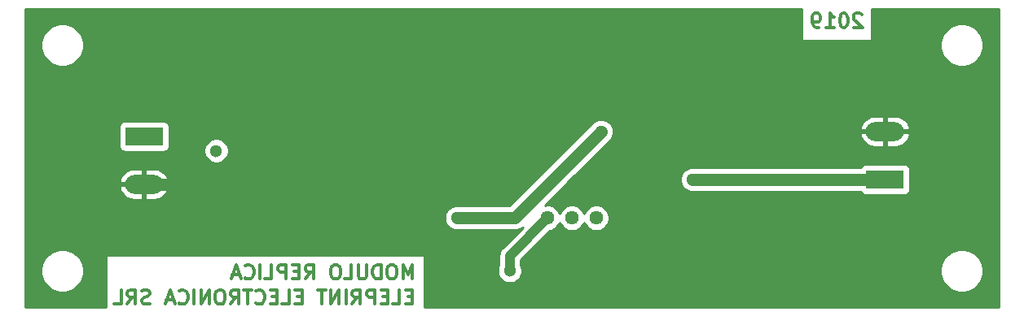
<source format=gbr>
G04 #@! TF.GenerationSoftware,KiCad,Pcbnew,5.1.4-e60b266~84~ubuntu18.04.1*
G04 #@! TF.CreationDate,2019-10-24T23:11:55-03:00*
G04 #@! TF.ProjectId,Fuente Step Up Xl6009 DC-DC ajustable 5v-35v_v2,4675656e-7465-4205-9374-657020557020,0b*
G04 #@! TF.SameCoordinates,Original*
G04 #@! TF.FileFunction,Copper,L2,Bot*
G04 #@! TF.FilePolarity,Positive*
%FSLAX46Y46*%
G04 Gerber Fmt 4.6, Leading zero omitted, Abs format (unit mm)*
G04 Created by KiCad (PCBNEW 5.1.4-e60b266~84~ubuntu18.04.1) date 2019-10-24 23:11:55*
%MOMM*%
%LPD*%
G04 APERTURE LIST*
%ADD10C,0.375000*%
%ADD11C,0.300000*%
%ADD12O,3.960000X1.980000*%
%ADD13R,3.960000X1.980000*%
%ADD14C,1.440000*%
%ADD15C,1.300000*%
%ADD16C,1.300000*%
%ADD17C,1.000000*%
%ADD18C,0.254000*%
G04 APERTURE END LIST*
D10*
X135899107Y-116366071D02*
X135899107Y-114866071D01*
X135399107Y-115937500D01*
X134899107Y-114866071D01*
X134899107Y-116366071D01*
X133899107Y-114866071D02*
X133613392Y-114866071D01*
X133470535Y-114937500D01*
X133327678Y-115080357D01*
X133256250Y-115366071D01*
X133256250Y-115866071D01*
X133327678Y-116151785D01*
X133470535Y-116294642D01*
X133613392Y-116366071D01*
X133899107Y-116366071D01*
X134041964Y-116294642D01*
X134184821Y-116151785D01*
X134256250Y-115866071D01*
X134256250Y-115366071D01*
X134184821Y-115080357D01*
X134041964Y-114937500D01*
X133899107Y-114866071D01*
X132613392Y-116366071D02*
X132613392Y-114866071D01*
X132256250Y-114866071D01*
X132041964Y-114937500D01*
X131899107Y-115080357D01*
X131827678Y-115223214D01*
X131756250Y-115508928D01*
X131756250Y-115723214D01*
X131827678Y-116008928D01*
X131899107Y-116151785D01*
X132041964Y-116294642D01*
X132256250Y-116366071D01*
X132613392Y-116366071D01*
X131113392Y-114866071D02*
X131113392Y-116080357D01*
X131041964Y-116223214D01*
X130970535Y-116294642D01*
X130827678Y-116366071D01*
X130541964Y-116366071D01*
X130399107Y-116294642D01*
X130327678Y-116223214D01*
X130256250Y-116080357D01*
X130256250Y-114866071D01*
X128827678Y-116366071D02*
X129541964Y-116366071D01*
X129541964Y-114866071D01*
X128041964Y-114866071D02*
X127756250Y-114866071D01*
X127613392Y-114937500D01*
X127470535Y-115080357D01*
X127399107Y-115366071D01*
X127399107Y-115866071D01*
X127470535Y-116151785D01*
X127613392Y-116294642D01*
X127756250Y-116366071D01*
X128041964Y-116366071D01*
X128184821Y-116294642D01*
X128327678Y-116151785D01*
X128399107Y-115866071D01*
X128399107Y-115366071D01*
X128327678Y-115080357D01*
X128184821Y-114937500D01*
X128041964Y-114866071D01*
X124756250Y-116366071D02*
X125256250Y-115651785D01*
X125613392Y-116366071D02*
X125613392Y-114866071D01*
X125041964Y-114866071D01*
X124899107Y-114937500D01*
X124827678Y-115008928D01*
X124756250Y-115151785D01*
X124756250Y-115366071D01*
X124827678Y-115508928D01*
X124899107Y-115580357D01*
X125041964Y-115651785D01*
X125613392Y-115651785D01*
X124113392Y-115580357D02*
X123613392Y-115580357D01*
X123399107Y-116366071D02*
X124113392Y-116366071D01*
X124113392Y-114866071D01*
X123399107Y-114866071D01*
X122756250Y-116366071D02*
X122756250Y-114866071D01*
X122184821Y-114866071D01*
X122041964Y-114937500D01*
X121970535Y-115008928D01*
X121899107Y-115151785D01*
X121899107Y-115366071D01*
X121970535Y-115508928D01*
X122041964Y-115580357D01*
X122184821Y-115651785D01*
X122756250Y-115651785D01*
X120541964Y-116366071D02*
X121256250Y-116366071D01*
X121256250Y-114866071D01*
X120041964Y-116366071D02*
X120041964Y-114866071D01*
X118470535Y-116223214D02*
X118541964Y-116294642D01*
X118756250Y-116366071D01*
X118899107Y-116366071D01*
X119113392Y-116294642D01*
X119256250Y-116151785D01*
X119327678Y-116008928D01*
X119399107Y-115723214D01*
X119399107Y-115508928D01*
X119327678Y-115223214D01*
X119256250Y-115080357D01*
X119113392Y-114937500D01*
X118899107Y-114866071D01*
X118756250Y-114866071D01*
X118541964Y-114937500D01*
X118470535Y-115008928D01*
X117899107Y-115937500D02*
X117184821Y-115937500D01*
X118041964Y-116366071D02*
X117541964Y-114866071D01*
X117041964Y-116366071D01*
X135899107Y-118205357D02*
X135399107Y-118205357D01*
X135184821Y-118991071D02*
X135899107Y-118991071D01*
X135899107Y-117491071D01*
X135184821Y-117491071D01*
X133827678Y-118991071D02*
X134541964Y-118991071D01*
X134541964Y-117491071D01*
X133327678Y-118205357D02*
X132827678Y-118205357D01*
X132613392Y-118991071D02*
X133327678Y-118991071D01*
X133327678Y-117491071D01*
X132613392Y-117491071D01*
X131970535Y-118991071D02*
X131970535Y-117491071D01*
X131399107Y-117491071D01*
X131256250Y-117562500D01*
X131184821Y-117633928D01*
X131113392Y-117776785D01*
X131113392Y-117991071D01*
X131184821Y-118133928D01*
X131256250Y-118205357D01*
X131399107Y-118276785D01*
X131970535Y-118276785D01*
X129613392Y-118991071D02*
X130113392Y-118276785D01*
X130470535Y-118991071D02*
X130470535Y-117491071D01*
X129899107Y-117491071D01*
X129756250Y-117562500D01*
X129684821Y-117633928D01*
X129613392Y-117776785D01*
X129613392Y-117991071D01*
X129684821Y-118133928D01*
X129756250Y-118205357D01*
X129899107Y-118276785D01*
X130470535Y-118276785D01*
X128970535Y-118991071D02*
X128970535Y-117491071D01*
X128256250Y-118991071D02*
X128256250Y-117491071D01*
X127399107Y-118991071D01*
X127399107Y-117491071D01*
X126899107Y-117491071D02*
X126041964Y-117491071D01*
X126470535Y-118991071D02*
X126470535Y-117491071D01*
X124399107Y-118205357D02*
X123899107Y-118205357D01*
X123684821Y-118991071D02*
X124399107Y-118991071D01*
X124399107Y-117491071D01*
X123684821Y-117491071D01*
X122327678Y-118991071D02*
X123041964Y-118991071D01*
X123041964Y-117491071D01*
X121827678Y-118205357D02*
X121327678Y-118205357D01*
X121113392Y-118991071D02*
X121827678Y-118991071D01*
X121827678Y-117491071D01*
X121113392Y-117491071D01*
X119613392Y-118848214D02*
X119684821Y-118919642D01*
X119899107Y-118991071D01*
X120041964Y-118991071D01*
X120256250Y-118919642D01*
X120399107Y-118776785D01*
X120470535Y-118633928D01*
X120541964Y-118348214D01*
X120541964Y-118133928D01*
X120470535Y-117848214D01*
X120399107Y-117705357D01*
X120256250Y-117562500D01*
X120041964Y-117491071D01*
X119899107Y-117491071D01*
X119684821Y-117562500D01*
X119613392Y-117633928D01*
X119184821Y-117491071D02*
X118327678Y-117491071D01*
X118756250Y-118991071D02*
X118756250Y-117491071D01*
X116970535Y-118991071D02*
X117470535Y-118276785D01*
X117827678Y-118991071D02*
X117827678Y-117491071D01*
X117256250Y-117491071D01*
X117113392Y-117562500D01*
X117041964Y-117633928D01*
X116970535Y-117776785D01*
X116970535Y-117991071D01*
X117041964Y-118133928D01*
X117113392Y-118205357D01*
X117256250Y-118276785D01*
X117827678Y-118276785D01*
X116041964Y-117491071D02*
X115756250Y-117491071D01*
X115613392Y-117562500D01*
X115470535Y-117705357D01*
X115399107Y-117991071D01*
X115399107Y-118491071D01*
X115470535Y-118776785D01*
X115613392Y-118919642D01*
X115756250Y-118991071D01*
X116041964Y-118991071D01*
X116184821Y-118919642D01*
X116327678Y-118776785D01*
X116399107Y-118491071D01*
X116399107Y-117991071D01*
X116327678Y-117705357D01*
X116184821Y-117562500D01*
X116041964Y-117491071D01*
X114756250Y-118991071D02*
X114756250Y-117491071D01*
X113899107Y-118991071D01*
X113899107Y-117491071D01*
X113184821Y-118991071D02*
X113184821Y-117491071D01*
X111613392Y-118848214D02*
X111684821Y-118919642D01*
X111899107Y-118991071D01*
X112041964Y-118991071D01*
X112256250Y-118919642D01*
X112399107Y-118776785D01*
X112470535Y-118633928D01*
X112541964Y-118348214D01*
X112541964Y-118133928D01*
X112470535Y-117848214D01*
X112399107Y-117705357D01*
X112256250Y-117562500D01*
X112041964Y-117491071D01*
X111899107Y-117491071D01*
X111684821Y-117562500D01*
X111613392Y-117633928D01*
X111041964Y-118562500D02*
X110327678Y-118562500D01*
X111184821Y-118991071D02*
X110684821Y-117491071D01*
X110184821Y-118991071D01*
X108613392Y-118919642D02*
X108399107Y-118991071D01*
X108041964Y-118991071D01*
X107899107Y-118919642D01*
X107827678Y-118848214D01*
X107756250Y-118705357D01*
X107756250Y-118562500D01*
X107827678Y-118419642D01*
X107899107Y-118348214D01*
X108041964Y-118276785D01*
X108327678Y-118205357D01*
X108470535Y-118133928D01*
X108541964Y-118062500D01*
X108613392Y-117919642D01*
X108613392Y-117776785D01*
X108541964Y-117633928D01*
X108470535Y-117562500D01*
X108327678Y-117491071D01*
X107970535Y-117491071D01*
X107756250Y-117562500D01*
X106256250Y-118991071D02*
X106756250Y-118276785D01*
X107113392Y-118991071D02*
X107113392Y-117491071D01*
X106541964Y-117491071D01*
X106399107Y-117562500D01*
X106327678Y-117633928D01*
X106256250Y-117776785D01*
X106256250Y-117991071D01*
X106327678Y-118133928D01*
X106399107Y-118205357D01*
X106541964Y-118276785D01*
X107113392Y-118276785D01*
X104899107Y-118991071D02*
X105613392Y-118991071D01*
X105613392Y-117491071D01*
D11*
X182571428Y-88821428D02*
X182500000Y-88750000D01*
X182357142Y-88678571D01*
X182000000Y-88678571D01*
X181857142Y-88750000D01*
X181785714Y-88821428D01*
X181714285Y-88964285D01*
X181714285Y-89107142D01*
X181785714Y-89321428D01*
X182642857Y-90178571D01*
X181714285Y-90178571D01*
X180785714Y-88678571D02*
X180642857Y-88678571D01*
X180500000Y-88750000D01*
X180428571Y-88821428D01*
X180357142Y-88964285D01*
X180285714Y-89250000D01*
X180285714Y-89607142D01*
X180357142Y-89892857D01*
X180428571Y-90035714D01*
X180500000Y-90107142D01*
X180642857Y-90178571D01*
X180785714Y-90178571D01*
X180928571Y-90107142D01*
X181000000Y-90035714D01*
X181071428Y-89892857D01*
X181142857Y-89607142D01*
X181142857Y-89250000D01*
X181071428Y-88964285D01*
X181000000Y-88821428D01*
X180928571Y-88750000D01*
X180785714Y-88678571D01*
X178857142Y-90178571D02*
X179714285Y-90178571D01*
X179285714Y-90178571D02*
X179285714Y-88678571D01*
X179428571Y-88892857D01*
X179571428Y-89035714D01*
X179714285Y-89107142D01*
X178142857Y-90178571D02*
X177857142Y-90178571D01*
X177714285Y-90107142D01*
X177642857Y-90035714D01*
X177500000Y-89821428D01*
X177428571Y-89535714D01*
X177428571Y-88964285D01*
X177500000Y-88821428D01*
X177571428Y-88750000D01*
X177714285Y-88678571D01*
X178000000Y-88678571D01*
X178142857Y-88750000D01*
X178214285Y-88821428D01*
X178285714Y-88964285D01*
X178285714Y-89321428D01*
X178214285Y-89464285D01*
X178142857Y-89535714D01*
X178000000Y-89607142D01*
X177714285Y-89607142D01*
X177571428Y-89535714D01*
X177500000Y-89464285D01*
X177428571Y-89321428D01*
D12*
X185000000Y-101000000D03*
D13*
X185000000Y-106000000D03*
D14*
X155000000Y-110000000D03*
X152460000Y-110000000D03*
X149920000Y-110000000D03*
D13*
X108000000Y-101500000D03*
D12*
X108000000Y-106500000D03*
D15*
X121500000Y-100000000D03*
X131500000Y-104500000D03*
X117000000Y-108500000D03*
X169500000Y-110500000D03*
X115500000Y-103000000D03*
X155500000Y-101000000D03*
X140500000Y-110000000D03*
X165000000Y-106000000D03*
X146000000Y-115500000D03*
D16*
X108000000Y-106500000D02*
X115000000Y-106500000D01*
X115000000Y-106500000D02*
X117000000Y-108500000D01*
X146500000Y-110000000D02*
X155500000Y-101000000D01*
X140500000Y-110000000D02*
X146500000Y-110000000D01*
X185000000Y-106000000D02*
X165000000Y-106000000D01*
D17*
X146000000Y-113920000D02*
X149920000Y-110000000D01*
X146000000Y-115500000D02*
X146000000Y-113920000D01*
D18*
G36*
X176357857Y-91530000D02*
G01*
X183642143Y-91530000D01*
X183642143Y-88185000D01*
X196815000Y-88185000D01*
X196815001Y-119315000D01*
X137135000Y-119315000D01*
X137135000Y-113878750D01*
X103990000Y-113878750D01*
X103990000Y-119315000D01*
X95685000Y-119315000D01*
X95685000Y-115279872D01*
X97265000Y-115279872D01*
X97265000Y-115720128D01*
X97350890Y-116151925D01*
X97519369Y-116558669D01*
X97763962Y-116924729D01*
X98075271Y-117236038D01*
X98441331Y-117480631D01*
X98848075Y-117649110D01*
X99279872Y-117735000D01*
X99720128Y-117735000D01*
X100151925Y-117649110D01*
X100558669Y-117480631D01*
X100924729Y-117236038D01*
X101236038Y-116924729D01*
X101480631Y-116558669D01*
X101649110Y-116151925D01*
X101735000Y-115720128D01*
X101735000Y-115279872D01*
X101649110Y-114848075D01*
X101480631Y-114441331D01*
X101236038Y-114075271D01*
X100924729Y-113763962D01*
X100558669Y-113519369D01*
X100151925Y-113350890D01*
X99720128Y-113265000D01*
X99279872Y-113265000D01*
X98848075Y-113350890D01*
X98441331Y-113519369D01*
X98075271Y-113763962D01*
X97763962Y-114075271D01*
X97519369Y-114441331D01*
X97350890Y-114848075D01*
X97265000Y-115279872D01*
X95685000Y-115279872D01*
X95685000Y-110000000D01*
X139208783Y-110000000D01*
X139215000Y-110063123D01*
X139215000Y-110126561D01*
X139227376Y-110188780D01*
X139233593Y-110251904D01*
X139252004Y-110312597D01*
X139264381Y-110374821D01*
X139288661Y-110433439D01*
X139307071Y-110494127D01*
X139336967Y-110550058D01*
X139361247Y-110608676D01*
X139396495Y-110661427D01*
X139426392Y-110717362D01*
X139466628Y-110766390D01*
X139501875Y-110819140D01*
X139546738Y-110864003D01*
X139586972Y-110913028D01*
X139635997Y-110953262D01*
X139680860Y-110998125D01*
X139733610Y-111033372D01*
X139782638Y-111073608D01*
X139838573Y-111103505D01*
X139891324Y-111138753D01*
X139949942Y-111163033D01*
X140005873Y-111192929D01*
X140066561Y-111211339D01*
X140125179Y-111235619D01*
X140187403Y-111247996D01*
X140248096Y-111266407D01*
X140311220Y-111272624D01*
X140373439Y-111285000D01*
X146436885Y-111285000D01*
X146500000Y-111291216D01*
X146563115Y-111285000D01*
X146563123Y-111285000D01*
X146751904Y-111266407D01*
X146994127Y-111192929D01*
X147217362Y-111073608D01*
X147350638Y-110964231D01*
X145236860Y-113078009D01*
X145193552Y-113113551D01*
X145051717Y-113286377D01*
X144995384Y-113391770D01*
X144946324Y-113483554D01*
X144881423Y-113697502D01*
X144859509Y-113920000D01*
X144865000Y-113975751D01*
X144865000Y-114885707D01*
X144861247Y-114891324D01*
X144764381Y-115125179D01*
X144715000Y-115373439D01*
X144715000Y-115626561D01*
X144764381Y-115874821D01*
X144861247Y-116108676D01*
X145001875Y-116319140D01*
X145180860Y-116498125D01*
X145391324Y-116638753D01*
X145625179Y-116735619D01*
X145873439Y-116785000D01*
X146126561Y-116785000D01*
X146374821Y-116735619D01*
X146608676Y-116638753D01*
X146819140Y-116498125D01*
X146998125Y-116319140D01*
X147138753Y-116108676D01*
X147235619Y-115874821D01*
X147285000Y-115626561D01*
X147285000Y-115373439D01*
X147266389Y-115279872D01*
X190765000Y-115279872D01*
X190765000Y-115720128D01*
X190850890Y-116151925D01*
X191019369Y-116558669D01*
X191263962Y-116924729D01*
X191575271Y-117236038D01*
X191941331Y-117480631D01*
X192348075Y-117649110D01*
X192779872Y-117735000D01*
X193220128Y-117735000D01*
X193651925Y-117649110D01*
X194058669Y-117480631D01*
X194424729Y-117236038D01*
X194736038Y-116924729D01*
X194980631Y-116558669D01*
X195149110Y-116151925D01*
X195235000Y-115720128D01*
X195235000Y-115279872D01*
X195149110Y-114848075D01*
X194980631Y-114441331D01*
X194736038Y-114075271D01*
X194424729Y-113763962D01*
X194058669Y-113519369D01*
X193651925Y-113350890D01*
X193220128Y-113265000D01*
X192779872Y-113265000D01*
X192348075Y-113350890D01*
X191941331Y-113519369D01*
X191575271Y-113763962D01*
X191263962Y-114075271D01*
X191019369Y-114441331D01*
X190850890Y-114848075D01*
X190765000Y-115279872D01*
X147266389Y-115279872D01*
X147235619Y-115125179D01*
X147138753Y-114891324D01*
X147135000Y-114885707D01*
X147135000Y-114390131D01*
X150199103Y-111326029D01*
X150315239Y-111302928D01*
X150561833Y-111200785D01*
X150783762Y-111052497D01*
X150972497Y-110863762D01*
X151120785Y-110641833D01*
X151190000Y-110474734D01*
X151259215Y-110641833D01*
X151407503Y-110863762D01*
X151596238Y-111052497D01*
X151818167Y-111200785D01*
X152064761Y-111302928D01*
X152326544Y-111355000D01*
X152593456Y-111355000D01*
X152855239Y-111302928D01*
X153101833Y-111200785D01*
X153323762Y-111052497D01*
X153512497Y-110863762D01*
X153660785Y-110641833D01*
X153730000Y-110474734D01*
X153799215Y-110641833D01*
X153947503Y-110863762D01*
X154136238Y-111052497D01*
X154358167Y-111200785D01*
X154604761Y-111302928D01*
X154866544Y-111355000D01*
X155133456Y-111355000D01*
X155395239Y-111302928D01*
X155641833Y-111200785D01*
X155863762Y-111052497D01*
X156052497Y-110863762D01*
X156200785Y-110641833D01*
X156302928Y-110395239D01*
X156355000Y-110133456D01*
X156355000Y-109866544D01*
X156302928Y-109604761D01*
X156200785Y-109358167D01*
X156052497Y-109136238D01*
X155863762Y-108947503D01*
X155641833Y-108799215D01*
X155395239Y-108697072D01*
X155133456Y-108645000D01*
X154866544Y-108645000D01*
X154604761Y-108697072D01*
X154358167Y-108799215D01*
X154136238Y-108947503D01*
X153947503Y-109136238D01*
X153799215Y-109358167D01*
X153730000Y-109525266D01*
X153660785Y-109358167D01*
X153512497Y-109136238D01*
X153323762Y-108947503D01*
X153101833Y-108799215D01*
X152855239Y-108697072D01*
X152593456Y-108645000D01*
X152326544Y-108645000D01*
X152064761Y-108697072D01*
X151818167Y-108799215D01*
X151596238Y-108947503D01*
X151407503Y-109136238D01*
X151259215Y-109358167D01*
X151190000Y-109525266D01*
X151120785Y-109358167D01*
X150972497Y-109136238D01*
X150783762Y-108947503D01*
X150561833Y-108799215D01*
X150315239Y-108697072D01*
X150053456Y-108645000D01*
X149786544Y-108645000D01*
X149643887Y-108673376D01*
X152317263Y-106000000D01*
X163708783Y-106000000D01*
X163715000Y-106063123D01*
X163715000Y-106126561D01*
X163727376Y-106188780D01*
X163733593Y-106251904D01*
X163752004Y-106312597D01*
X163764381Y-106374821D01*
X163788661Y-106433439D01*
X163807071Y-106494127D01*
X163836967Y-106550058D01*
X163861247Y-106608676D01*
X163896495Y-106661427D01*
X163926392Y-106717362D01*
X163966628Y-106766390D01*
X164001875Y-106819140D01*
X164046738Y-106864003D01*
X164086972Y-106913028D01*
X164135997Y-106953262D01*
X164180860Y-106998125D01*
X164233610Y-107033372D01*
X164282638Y-107073608D01*
X164338573Y-107103505D01*
X164391324Y-107138753D01*
X164449942Y-107163033D01*
X164505873Y-107192929D01*
X164566561Y-107211339D01*
X164625179Y-107235619D01*
X164687403Y-107247996D01*
X164748096Y-107266407D01*
X164811220Y-107272624D01*
X164873439Y-107285000D01*
X182457662Y-107285000D01*
X182489463Y-107344494D01*
X182568815Y-107441185D01*
X182665506Y-107520537D01*
X182775820Y-107579502D01*
X182895518Y-107615812D01*
X183020000Y-107628072D01*
X186980000Y-107628072D01*
X187104482Y-107615812D01*
X187224180Y-107579502D01*
X187334494Y-107520537D01*
X187431185Y-107441185D01*
X187510537Y-107344494D01*
X187569502Y-107234180D01*
X187605812Y-107114482D01*
X187618072Y-106990000D01*
X187618072Y-105010000D01*
X187605812Y-104885518D01*
X187569502Y-104765820D01*
X187510537Y-104655506D01*
X187431185Y-104558815D01*
X187334494Y-104479463D01*
X187224180Y-104420498D01*
X187104482Y-104384188D01*
X186980000Y-104371928D01*
X183020000Y-104371928D01*
X182895518Y-104384188D01*
X182775820Y-104420498D01*
X182665506Y-104479463D01*
X182568815Y-104558815D01*
X182489463Y-104655506D01*
X182457662Y-104715000D01*
X164873439Y-104715000D01*
X164811220Y-104727376D01*
X164748096Y-104733593D01*
X164687403Y-104752004D01*
X164625179Y-104764381D01*
X164566561Y-104788661D01*
X164505873Y-104807071D01*
X164449942Y-104836967D01*
X164391324Y-104861247D01*
X164338573Y-104896495D01*
X164282638Y-104926392D01*
X164233610Y-104966628D01*
X164180860Y-105001875D01*
X164135997Y-105046738D01*
X164086972Y-105086972D01*
X164046738Y-105135997D01*
X164001875Y-105180860D01*
X163966628Y-105233610D01*
X163926392Y-105282638D01*
X163896495Y-105338573D01*
X163861247Y-105391324D01*
X163836967Y-105449942D01*
X163807071Y-105505873D01*
X163788661Y-105566561D01*
X163764381Y-105625179D01*
X163752004Y-105687403D01*
X163733593Y-105748096D01*
X163727376Y-105811220D01*
X163715000Y-105873439D01*
X163715000Y-105936877D01*
X163708783Y-106000000D01*
X152317263Y-106000000D01*
X156319137Y-101998127D01*
X156319140Y-101998125D01*
X156498125Y-101819140D01*
X156533375Y-101766385D01*
X156573607Y-101717362D01*
X156603501Y-101661434D01*
X156638753Y-101608676D01*
X156663035Y-101550053D01*
X156692928Y-101494128D01*
X156711336Y-101433445D01*
X156733943Y-101378865D01*
X182429782Y-101378865D01*
X182460095Y-101504528D01*
X182588304Y-101797205D01*
X182771148Y-102059246D01*
X183001601Y-102280581D01*
X183270806Y-102452704D01*
X183568418Y-102569000D01*
X183883000Y-102625000D01*
X184873000Y-102625000D01*
X184873000Y-101127000D01*
X185127000Y-101127000D01*
X185127000Y-102625000D01*
X186117000Y-102625000D01*
X186431582Y-102569000D01*
X186729194Y-102452704D01*
X186998399Y-102280581D01*
X187228852Y-102059246D01*
X187411696Y-101797205D01*
X187539905Y-101504528D01*
X187570218Y-101378865D01*
X187450740Y-101127000D01*
X185127000Y-101127000D01*
X184873000Y-101127000D01*
X182549260Y-101127000D01*
X182429782Y-101378865D01*
X156733943Y-101378865D01*
X156735619Y-101374821D01*
X156747997Y-101312590D01*
X156766406Y-101251905D01*
X156772622Y-101188789D01*
X156785000Y-101126561D01*
X156785000Y-101063114D01*
X156791216Y-101000001D01*
X156785000Y-100936888D01*
X156785000Y-100873439D01*
X156772622Y-100811209D01*
X156766406Y-100748097D01*
X156747998Y-100687415D01*
X156735619Y-100625179D01*
X156733944Y-100621135D01*
X182429782Y-100621135D01*
X182549260Y-100873000D01*
X184873000Y-100873000D01*
X184873000Y-99375000D01*
X185127000Y-99375000D01*
X185127000Y-100873000D01*
X187450740Y-100873000D01*
X187570218Y-100621135D01*
X187539905Y-100495472D01*
X187411696Y-100202795D01*
X187228852Y-99940754D01*
X186998399Y-99719419D01*
X186729194Y-99547296D01*
X186431582Y-99431000D01*
X186117000Y-99375000D01*
X185127000Y-99375000D01*
X184873000Y-99375000D01*
X183883000Y-99375000D01*
X183568418Y-99431000D01*
X183270806Y-99547296D01*
X183001601Y-99719419D01*
X182771148Y-99940754D01*
X182588304Y-100202795D01*
X182460095Y-100495472D01*
X182429782Y-100621135D01*
X156733944Y-100621135D01*
X156711335Y-100566551D01*
X156692928Y-100505873D01*
X156663037Y-100449951D01*
X156638753Y-100391324D01*
X156603498Y-100338562D01*
X156573607Y-100282639D01*
X156533378Y-100233619D01*
X156498125Y-100180860D01*
X156453260Y-100135995D01*
X156413028Y-100086972D01*
X156364005Y-100046740D01*
X156319140Y-100001875D01*
X156266381Y-99966622D01*
X156217361Y-99926393D01*
X156161438Y-99896502D01*
X156108676Y-99861247D01*
X156050049Y-99836963D01*
X155994127Y-99807072D01*
X155933449Y-99788665D01*
X155874821Y-99764381D01*
X155812585Y-99752002D01*
X155751903Y-99733594D01*
X155688791Y-99727378D01*
X155626561Y-99715000D01*
X155563112Y-99715000D01*
X155499999Y-99708784D01*
X155436886Y-99715000D01*
X155373439Y-99715000D01*
X155311211Y-99727378D01*
X155248095Y-99733594D01*
X155187410Y-99752003D01*
X155125179Y-99764381D01*
X155066555Y-99788664D01*
X155005872Y-99807072D01*
X154949947Y-99836965D01*
X154891324Y-99861247D01*
X154838566Y-99896499D01*
X154782638Y-99926393D01*
X154733615Y-99966625D01*
X154680860Y-100001875D01*
X154501875Y-100180860D01*
X154501873Y-100180863D01*
X145967737Y-108715000D01*
X140373439Y-108715000D01*
X140311220Y-108727376D01*
X140248096Y-108733593D01*
X140187403Y-108752004D01*
X140125179Y-108764381D01*
X140066561Y-108788661D01*
X140005873Y-108807071D01*
X139949942Y-108836967D01*
X139891324Y-108861247D01*
X139838573Y-108896495D01*
X139782638Y-108926392D01*
X139733610Y-108966628D01*
X139680860Y-109001875D01*
X139635997Y-109046738D01*
X139586972Y-109086972D01*
X139546738Y-109135997D01*
X139501875Y-109180860D01*
X139466628Y-109233610D01*
X139426392Y-109282638D01*
X139396495Y-109338573D01*
X139361247Y-109391324D01*
X139336967Y-109449942D01*
X139307071Y-109505873D01*
X139288661Y-109566561D01*
X139264381Y-109625179D01*
X139252004Y-109687403D01*
X139233593Y-109748096D01*
X139227376Y-109811220D01*
X139215000Y-109873439D01*
X139215000Y-109936877D01*
X139208783Y-110000000D01*
X95685000Y-110000000D01*
X95685000Y-106878865D01*
X105429782Y-106878865D01*
X105460095Y-107004528D01*
X105588304Y-107297205D01*
X105771148Y-107559246D01*
X106001601Y-107780581D01*
X106270806Y-107952704D01*
X106568418Y-108069000D01*
X106883000Y-108125000D01*
X107873000Y-108125000D01*
X107873000Y-106627000D01*
X108127000Y-106627000D01*
X108127000Y-108125000D01*
X109117000Y-108125000D01*
X109431582Y-108069000D01*
X109729194Y-107952704D01*
X109998399Y-107780581D01*
X110228852Y-107559246D01*
X110411696Y-107297205D01*
X110539905Y-107004528D01*
X110570218Y-106878865D01*
X110450740Y-106627000D01*
X108127000Y-106627000D01*
X107873000Y-106627000D01*
X105549260Y-106627000D01*
X105429782Y-106878865D01*
X95685000Y-106878865D01*
X95685000Y-106121135D01*
X105429782Y-106121135D01*
X105549260Y-106373000D01*
X107873000Y-106373000D01*
X107873000Y-104875000D01*
X108127000Y-104875000D01*
X108127000Y-106373000D01*
X110450740Y-106373000D01*
X110570218Y-106121135D01*
X110539905Y-105995472D01*
X110411696Y-105702795D01*
X110228852Y-105440754D01*
X109998399Y-105219419D01*
X109729194Y-105047296D01*
X109431582Y-104931000D01*
X109117000Y-104875000D01*
X108127000Y-104875000D01*
X107873000Y-104875000D01*
X106883000Y-104875000D01*
X106568418Y-104931000D01*
X106270806Y-105047296D01*
X106001601Y-105219419D01*
X105771148Y-105440754D01*
X105588304Y-105702795D01*
X105460095Y-105995472D01*
X105429782Y-106121135D01*
X95685000Y-106121135D01*
X95685000Y-100510000D01*
X105381928Y-100510000D01*
X105381928Y-102490000D01*
X105394188Y-102614482D01*
X105430498Y-102734180D01*
X105489463Y-102844494D01*
X105568815Y-102941185D01*
X105665506Y-103020537D01*
X105775820Y-103079502D01*
X105895518Y-103115812D01*
X106020000Y-103128072D01*
X109980000Y-103128072D01*
X110104482Y-103115812D01*
X110224180Y-103079502D01*
X110334494Y-103020537D01*
X110431185Y-102941185D01*
X110486782Y-102873439D01*
X114215000Y-102873439D01*
X114215000Y-103126561D01*
X114264381Y-103374821D01*
X114361247Y-103608676D01*
X114501875Y-103819140D01*
X114680860Y-103998125D01*
X114891324Y-104138753D01*
X115125179Y-104235619D01*
X115373439Y-104285000D01*
X115626561Y-104285000D01*
X115874821Y-104235619D01*
X116108676Y-104138753D01*
X116319140Y-103998125D01*
X116498125Y-103819140D01*
X116638753Y-103608676D01*
X116735619Y-103374821D01*
X116785000Y-103126561D01*
X116785000Y-102873439D01*
X116735619Y-102625179D01*
X116638753Y-102391324D01*
X116498125Y-102180860D01*
X116319140Y-102001875D01*
X116108676Y-101861247D01*
X115874821Y-101764381D01*
X115626561Y-101715000D01*
X115373439Y-101715000D01*
X115125179Y-101764381D01*
X114891324Y-101861247D01*
X114680860Y-102001875D01*
X114501875Y-102180860D01*
X114361247Y-102391324D01*
X114264381Y-102625179D01*
X114215000Y-102873439D01*
X110486782Y-102873439D01*
X110510537Y-102844494D01*
X110569502Y-102734180D01*
X110605812Y-102614482D01*
X110618072Y-102490000D01*
X110618072Y-100510000D01*
X110605812Y-100385518D01*
X110569502Y-100265820D01*
X110510537Y-100155506D01*
X110431185Y-100058815D01*
X110334494Y-99979463D01*
X110224180Y-99920498D01*
X110104482Y-99884188D01*
X109980000Y-99871928D01*
X106020000Y-99871928D01*
X105895518Y-99884188D01*
X105775820Y-99920498D01*
X105665506Y-99979463D01*
X105568815Y-100058815D01*
X105489463Y-100155506D01*
X105430498Y-100265820D01*
X105394188Y-100385518D01*
X105381928Y-100510000D01*
X95685000Y-100510000D01*
X95685000Y-91779872D01*
X97265000Y-91779872D01*
X97265000Y-92220128D01*
X97350890Y-92651925D01*
X97519369Y-93058669D01*
X97763962Y-93424729D01*
X98075271Y-93736038D01*
X98441331Y-93980631D01*
X98848075Y-94149110D01*
X99279872Y-94235000D01*
X99720128Y-94235000D01*
X100151925Y-94149110D01*
X100558669Y-93980631D01*
X100924729Y-93736038D01*
X101236038Y-93424729D01*
X101480631Y-93058669D01*
X101649110Y-92651925D01*
X101735000Y-92220128D01*
X101735000Y-91779872D01*
X190765000Y-91779872D01*
X190765000Y-92220128D01*
X190850890Y-92651925D01*
X191019369Y-93058669D01*
X191263962Y-93424729D01*
X191575271Y-93736038D01*
X191941331Y-93980631D01*
X192348075Y-94149110D01*
X192779872Y-94235000D01*
X193220128Y-94235000D01*
X193651925Y-94149110D01*
X194058669Y-93980631D01*
X194424729Y-93736038D01*
X194736038Y-93424729D01*
X194980631Y-93058669D01*
X195149110Y-92651925D01*
X195235000Y-92220128D01*
X195235000Y-91779872D01*
X195149110Y-91348075D01*
X194980631Y-90941331D01*
X194736038Y-90575271D01*
X194424729Y-90263962D01*
X194058669Y-90019369D01*
X193651925Y-89850890D01*
X193220128Y-89765000D01*
X192779872Y-89765000D01*
X192348075Y-89850890D01*
X191941331Y-90019369D01*
X191575271Y-90263962D01*
X191263962Y-90575271D01*
X191019369Y-90941331D01*
X190850890Y-91348075D01*
X190765000Y-91779872D01*
X101735000Y-91779872D01*
X101649110Y-91348075D01*
X101480631Y-90941331D01*
X101236038Y-90575271D01*
X100924729Y-90263962D01*
X100558669Y-90019369D01*
X100151925Y-89850890D01*
X99720128Y-89765000D01*
X99279872Y-89765000D01*
X98848075Y-89850890D01*
X98441331Y-90019369D01*
X98075271Y-90263962D01*
X97763962Y-90575271D01*
X97519369Y-90941331D01*
X97350890Y-91348075D01*
X97265000Y-91779872D01*
X95685000Y-91779872D01*
X95685000Y-88185000D01*
X176357857Y-88185000D01*
X176357857Y-91530000D01*
X176357857Y-91530000D01*
G37*
X176357857Y-91530000D02*
X183642143Y-91530000D01*
X183642143Y-88185000D01*
X196815000Y-88185000D01*
X196815001Y-119315000D01*
X137135000Y-119315000D01*
X137135000Y-113878750D01*
X103990000Y-113878750D01*
X103990000Y-119315000D01*
X95685000Y-119315000D01*
X95685000Y-115279872D01*
X97265000Y-115279872D01*
X97265000Y-115720128D01*
X97350890Y-116151925D01*
X97519369Y-116558669D01*
X97763962Y-116924729D01*
X98075271Y-117236038D01*
X98441331Y-117480631D01*
X98848075Y-117649110D01*
X99279872Y-117735000D01*
X99720128Y-117735000D01*
X100151925Y-117649110D01*
X100558669Y-117480631D01*
X100924729Y-117236038D01*
X101236038Y-116924729D01*
X101480631Y-116558669D01*
X101649110Y-116151925D01*
X101735000Y-115720128D01*
X101735000Y-115279872D01*
X101649110Y-114848075D01*
X101480631Y-114441331D01*
X101236038Y-114075271D01*
X100924729Y-113763962D01*
X100558669Y-113519369D01*
X100151925Y-113350890D01*
X99720128Y-113265000D01*
X99279872Y-113265000D01*
X98848075Y-113350890D01*
X98441331Y-113519369D01*
X98075271Y-113763962D01*
X97763962Y-114075271D01*
X97519369Y-114441331D01*
X97350890Y-114848075D01*
X97265000Y-115279872D01*
X95685000Y-115279872D01*
X95685000Y-110000000D01*
X139208783Y-110000000D01*
X139215000Y-110063123D01*
X139215000Y-110126561D01*
X139227376Y-110188780D01*
X139233593Y-110251904D01*
X139252004Y-110312597D01*
X139264381Y-110374821D01*
X139288661Y-110433439D01*
X139307071Y-110494127D01*
X139336967Y-110550058D01*
X139361247Y-110608676D01*
X139396495Y-110661427D01*
X139426392Y-110717362D01*
X139466628Y-110766390D01*
X139501875Y-110819140D01*
X139546738Y-110864003D01*
X139586972Y-110913028D01*
X139635997Y-110953262D01*
X139680860Y-110998125D01*
X139733610Y-111033372D01*
X139782638Y-111073608D01*
X139838573Y-111103505D01*
X139891324Y-111138753D01*
X139949942Y-111163033D01*
X140005873Y-111192929D01*
X140066561Y-111211339D01*
X140125179Y-111235619D01*
X140187403Y-111247996D01*
X140248096Y-111266407D01*
X140311220Y-111272624D01*
X140373439Y-111285000D01*
X146436885Y-111285000D01*
X146500000Y-111291216D01*
X146563115Y-111285000D01*
X146563123Y-111285000D01*
X146751904Y-111266407D01*
X146994127Y-111192929D01*
X147217362Y-111073608D01*
X147350638Y-110964231D01*
X145236860Y-113078009D01*
X145193552Y-113113551D01*
X145051717Y-113286377D01*
X144995384Y-113391770D01*
X144946324Y-113483554D01*
X144881423Y-113697502D01*
X144859509Y-113920000D01*
X144865000Y-113975751D01*
X144865000Y-114885707D01*
X144861247Y-114891324D01*
X144764381Y-115125179D01*
X144715000Y-115373439D01*
X144715000Y-115626561D01*
X144764381Y-115874821D01*
X144861247Y-116108676D01*
X145001875Y-116319140D01*
X145180860Y-116498125D01*
X145391324Y-116638753D01*
X145625179Y-116735619D01*
X145873439Y-116785000D01*
X146126561Y-116785000D01*
X146374821Y-116735619D01*
X146608676Y-116638753D01*
X146819140Y-116498125D01*
X146998125Y-116319140D01*
X147138753Y-116108676D01*
X147235619Y-115874821D01*
X147285000Y-115626561D01*
X147285000Y-115373439D01*
X147266389Y-115279872D01*
X190765000Y-115279872D01*
X190765000Y-115720128D01*
X190850890Y-116151925D01*
X191019369Y-116558669D01*
X191263962Y-116924729D01*
X191575271Y-117236038D01*
X191941331Y-117480631D01*
X192348075Y-117649110D01*
X192779872Y-117735000D01*
X193220128Y-117735000D01*
X193651925Y-117649110D01*
X194058669Y-117480631D01*
X194424729Y-117236038D01*
X194736038Y-116924729D01*
X194980631Y-116558669D01*
X195149110Y-116151925D01*
X195235000Y-115720128D01*
X195235000Y-115279872D01*
X195149110Y-114848075D01*
X194980631Y-114441331D01*
X194736038Y-114075271D01*
X194424729Y-113763962D01*
X194058669Y-113519369D01*
X193651925Y-113350890D01*
X193220128Y-113265000D01*
X192779872Y-113265000D01*
X192348075Y-113350890D01*
X191941331Y-113519369D01*
X191575271Y-113763962D01*
X191263962Y-114075271D01*
X191019369Y-114441331D01*
X190850890Y-114848075D01*
X190765000Y-115279872D01*
X147266389Y-115279872D01*
X147235619Y-115125179D01*
X147138753Y-114891324D01*
X147135000Y-114885707D01*
X147135000Y-114390131D01*
X150199103Y-111326029D01*
X150315239Y-111302928D01*
X150561833Y-111200785D01*
X150783762Y-111052497D01*
X150972497Y-110863762D01*
X151120785Y-110641833D01*
X151190000Y-110474734D01*
X151259215Y-110641833D01*
X151407503Y-110863762D01*
X151596238Y-111052497D01*
X151818167Y-111200785D01*
X152064761Y-111302928D01*
X152326544Y-111355000D01*
X152593456Y-111355000D01*
X152855239Y-111302928D01*
X153101833Y-111200785D01*
X153323762Y-111052497D01*
X153512497Y-110863762D01*
X153660785Y-110641833D01*
X153730000Y-110474734D01*
X153799215Y-110641833D01*
X153947503Y-110863762D01*
X154136238Y-111052497D01*
X154358167Y-111200785D01*
X154604761Y-111302928D01*
X154866544Y-111355000D01*
X155133456Y-111355000D01*
X155395239Y-111302928D01*
X155641833Y-111200785D01*
X155863762Y-111052497D01*
X156052497Y-110863762D01*
X156200785Y-110641833D01*
X156302928Y-110395239D01*
X156355000Y-110133456D01*
X156355000Y-109866544D01*
X156302928Y-109604761D01*
X156200785Y-109358167D01*
X156052497Y-109136238D01*
X155863762Y-108947503D01*
X155641833Y-108799215D01*
X155395239Y-108697072D01*
X155133456Y-108645000D01*
X154866544Y-108645000D01*
X154604761Y-108697072D01*
X154358167Y-108799215D01*
X154136238Y-108947503D01*
X153947503Y-109136238D01*
X153799215Y-109358167D01*
X153730000Y-109525266D01*
X153660785Y-109358167D01*
X153512497Y-109136238D01*
X153323762Y-108947503D01*
X153101833Y-108799215D01*
X152855239Y-108697072D01*
X152593456Y-108645000D01*
X152326544Y-108645000D01*
X152064761Y-108697072D01*
X151818167Y-108799215D01*
X151596238Y-108947503D01*
X151407503Y-109136238D01*
X151259215Y-109358167D01*
X151190000Y-109525266D01*
X151120785Y-109358167D01*
X150972497Y-109136238D01*
X150783762Y-108947503D01*
X150561833Y-108799215D01*
X150315239Y-108697072D01*
X150053456Y-108645000D01*
X149786544Y-108645000D01*
X149643887Y-108673376D01*
X152317263Y-106000000D01*
X163708783Y-106000000D01*
X163715000Y-106063123D01*
X163715000Y-106126561D01*
X163727376Y-106188780D01*
X163733593Y-106251904D01*
X163752004Y-106312597D01*
X163764381Y-106374821D01*
X163788661Y-106433439D01*
X163807071Y-106494127D01*
X163836967Y-106550058D01*
X163861247Y-106608676D01*
X163896495Y-106661427D01*
X163926392Y-106717362D01*
X163966628Y-106766390D01*
X164001875Y-106819140D01*
X164046738Y-106864003D01*
X164086972Y-106913028D01*
X164135997Y-106953262D01*
X164180860Y-106998125D01*
X164233610Y-107033372D01*
X164282638Y-107073608D01*
X164338573Y-107103505D01*
X164391324Y-107138753D01*
X164449942Y-107163033D01*
X164505873Y-107192929D01*
X164566561Y-107211339D01*
X164625179Y-107235619D01*
X164687403Y-107247996D01*
X164748096Y-107266407D01*
X164811220Y-107272624D01*
X164873439Y-107285000D01*
X182457662Y-107285000D01*
X182489463Y-107344494D01*
X182568815Y-107441185D01*
X182665506Y-107520537D01*
X182775820Y-107579502D01*
X182895518Y-107615812D01*
X183020000Y-107628072D01*
X186980000Y-107628072D01*
X187104482Y-107615812D01*
X187224180Y-107579502D01*
X187334494Y-107520537D01*
X187431185Y-107441185D01*
X187510537Y-107344494D01*
X187569502Y-107234180D01*
X187605812Y-107114482D01*
X187618072Y-106990000D01*
X187618072Y-105010000D01*
X187605812Y-104885518D01*
X187569502Y-104765820D01*
X187510537Y-104655506D01*
X187431185Y-104558815D01*
X187334494Y-104479463D01*
X187224180Y-104420498D01*
X187104482Y-104384188D01*
X186980000Y-104371928D01*
X183020000Y-104371928D01*
X182895518Y-104384188D01*
X182775820Y-104420498D01*
X182665506Y-104479463D01*
X182568815Y-104558815D01*
X182489463Y-104655506D01*
X182457662Y-104715000D01*
X164873439Y-104715000D01*
X164811220Y-104727376D01*
X164748096Y-104733593D01*
X164687403Y-104752004D01*
X164625179Y-104764381D01*
X164566561Y-104788661D01*
X164505873Y-104807071D01*
X164449942Y-104836967D01*
X164391324Y-104861247D01*
X164338573Y-104896495D01*
X164282638Y-104926392D01*
X164233610Y-104966628D01*
X164180860Y-105001875D01*
X164135997Y-105046738D01*
X164086972Y-105086972D01*
X164046738Y-105135997D01*
X164001875Y-105180860D01*
X163966628Y-105233610D01*
X163926392Y-105282638D01*
X163896495Y-105338573D01*
X163861247Y-105391324D01*
X163836967Y-105449942D01*
X163807071Y-105505873D01*
X163788661Y-105566561D01*
X163764381Y-105625179D01*
X163752004Y-105687403D01*
X163733593Y-105748096D01*
X163727376Y-105811220D01*
X163715000Y-105873439D01*
X163715000Y-105936877D01*
X163708783Y-106000000D01*
X152317263Y-106000000D01*
X156319137Y-101998127D01*
X156319140Y-101998125D01*
X156498125Y-101819140D01*
X156533375Y-101766385D01*
X156573607Y-101717362D01*
X156603501Y-101661434D01*
X156638753Y-101608676D01*
X156663035Y-101550053D01*
X156692928Y-101494128D01*
X156711336Y-101433445D01*
X156733943Y-101378865D01*
X182429782Y-101378865D01*
X182460095Y-101504528D01*
X182588304Y-101797205D01*
X182771148Y-102059246D01*
X183001601Y-102280581D01*
X183270806Y-102452704D01*
X183568418Y-102569000D01*
X183883000Y-102625000D01*
X184873000Y-102625000D01*
X184873000Y-101127000D01*
X185127000Y-101127000D01*
X185127000Y-102625000D01*
X186117000Y-102625000D01*
X186431582Y-102569000D01*
X186729194Y-102452704D01*
X186998399Y-102280581D01*
X187228852Y-102059246D01*
X187411696Y-101797205D01*
X187539905Y-101504528D01*
X187570218Y-101378865D01*
X187450740Y-101127000D01*
X185127000Y-101127000D01*
X184873000Y-101127000D01*
X182549260Y-101127000D01*
X182429782Y-101378865D01*
X156733943Y-101378865D01*
X156735619Y-101374821D01*
X156747997Y-101312590D01*
X156766406Y-101251905D01*
X156772622Y-101188789D01*
X156785000Y-101126561D01*
X156785000Y-101063114D01*
X156791216Y-101000001D01*
X156785000Y-100936888D01*
X156785000Y-100873439D01*
X156772622Y-100811209D01*
X156766406Y-100748097D01*
X156747998Y-100687415D01*
X156735619Y-100625179D01*
X156733944Y-100621135D01*
X182429782Y-100621135D01*
X182549260Y-100873000D01*
X184873000Y-100873000D01*
X184873000Y-99375000D01*
X185127000Y-99375000D01*
X185127000Y-100873000D01*
X187450740Y-100873000D01*
X187570218Y-100621135D01*
X187539905Y-100495472D01*
X187411696Y-100202795D01*
X187228852Y-99940754D01*
X186998399Y-99719419D01*
X186729194Y-99547296D01*
X186431582Y-99431000D01*
X186117000Y-99375000D01*
X185127000Y-99375000D01*
X184873000Y-99375000D01*
X183883000Y-99375000D01*
X183568418Y-99431000D01*
X183270806Y-99547296D01*
X183001601Y-99719419D01*
X182771148Y-99940754D01*
X182588304Y-100202795D01*
X182460095Y-100495472D01*
X182429782Y-100621135D01*
X156733944Y-100621135D01*
X156711335Y-100566551D01*
X156692928Y-100505873D01*
X156663037Y-100449951D01*
X156638753Y-100391324D01*
X156603498Y-100338562D01*
X156573607Y-100282639D01*
X156533378Y-100233619D01*
X156498125Y-100180860D01*
X156453260Y-100135995D01*
X156413028Y-100086972D01*
X156364005Y-100046740D01*
X156319140Y-100001875D01*
X156266381Y-99966622D01*
X156217361Y-99926393D01*
X156161438Y-99896502D01*
X156108676Y-99861247D01*
X156050049Y-99836963D01*
X155994127Y-99807072D01*
X155933449Y-99788665D01*
X155874821Y-99764381D01*
X155812585Y-99752002D01*
X155751903Y-99733594D01*
X155688791Y-99727378D01*
X155626561Y-99715000D01*
X155563112Y-99715000D01*
X155499999Y-99708784D01*
X155436886Y-99715000D01*
X155373439Y-99715000D01*
X155311211Y-99727378D01*
X155248095Y-99733594D01*
X155187410Y-99752003D01*
X155125179Y-99764381D01*
X155066555Y-99788664D01*
X155005872Y-99807072D01*
X154949947Y-99836965D01*
X154891324Y-99861247D01*
X154838566Y-99896499D01*
X154782638Y-99926393D01*
X154733615Y-99966625D01*
X154680860Y-100001875D01*
X154501875Y-100180860D01*
X154501873Y-100180863D01*
X145967737Y-108715000D01*
X140373439Y-108715000D01*
X140311220Y-108727376D01*
X140248096Y-108733593D01*
X140187403Y-108752004D01*
X140125179Y-108764381D01*
X140066561Y-108788661D01*
X140005873Y-108807071D01*
X139949942Y-108836967D01*
X139891324Y-108861247D01*
X139838573Y-108896495D01*
X139782638Y-108926392D01*
X139733610Y-108966628D01*
X139680860Y-109001875D01*
X139635997Y-109046738D01*
X139586972Y-109086972D01*
X139546738Y-109135997D01*
X139501875Y-109180860D01*
X139466628Y-109233610D01*
X139426392Y-109282638D01*
X139396495Y-109338573D01*
X139361247Y-109391324D01*
X139336967Y-109449942D01*
X139307071Y-109505873D01*
X139288661Y-109566561D01*
X139264381Y-109625179D01*
X139252004Y-109687403D01*
X139233593Y-109748096D01*
X139227376Y-109811220D01*
X139215000Y-109873439D01*
X139215000Y-109936877D01*
X139208783Y-110000000D01*
X95685000Y-110000000D01*
X95685000Y-106878865D01*
X105429782Y-106878865D01*
X105460095Y-107004528D01*
X105588304Y-107297205D01*
X105771148Y-107559246D01*
X106001601Y-107780581D01*
X106270806Y-107952704D01*
X106568418Y-108069000D01*
X106883000Y-108125000D01*
X107873000Y-108125000D01*
X107873000Y-106627000D01*
X108127000Y-106627000D01*
X108127000Y-108125000D01*
X109117000Y-108125000D01*
X109431582Y-108069000D01*
X109729194Y-107952704D01*
X109998399Y-107780581D01*
X110228852Y-107559246D01*
X110411696Y-107297205D01*
X110539905Y-107004528D01*
X110570218Y-106878865D01*
X110450740Y-106627000D01*
X108127000Y-106627000D01*
X107873000Y-106627000D01*
X105549260Y-106627000D01*
X105429782Y-106878865D01*
X95685000Y-106878865D01*
X95685000Y-106121135D01*
X105429782Y-106121135D01*
X105549260Y-106373000D01*
X107873000Y-106373000D01*
X107873000Y-104875000D01*
X108127000Y-104875000D01*
X108127000Y-106373000D01*
X110450740Y-106373000D01*
X110570218Y-106121135D01*
X110539905Y-105995472D01*
X110411696Y-105702795D01*
X110228852Y-105440754D01*
X109998399Y-105219419D01*
X109729194Y-105047296D01*
X109431582Y-104931000D01*
X109117000Y-104875000D01*
X108127000Y-104875000D01*
X107873000Y-104875000D01*
X106883000Y-104875000D01*
X106568418Y-104931000D01*
X106270806Y-105047296D01*
X106001601Y-105219419D01*
X105771148Y-105440754D01*
X105588304Y-105702795D01*
X105460095Y-105995472D01*
X105429782Y-106121135D01*
X95685000Y-106121135D01*
X95685000Y-100510000D01*
X105381928Y-100510000D01*
X105381928Y-102490000D01*
X105394188Y-102614482D01*
X105430498Y-102734180D01*
X105489463Y-102844494D01*
X105568815Y-102941185D01*
X105665506Y-103020537D01*
X105775820Y-103079502D01*
X105895518Y-103115812D01*
X106020000Y-103128072D01*
X109980000Y-103128072D01*
X110104482Y-103115812D01*
X110224180Y-103079502D01*
X110334494Y-103020537D01*
X110431185Y-102941185D01*
X110486782Y-102873439D01*
X114215000Y-102873439D01*
X114215000Y-103126561D01*
X114264381Y-103374821D01*
X114361247Y-103608676D01*
X114501875Y-103819140D01*
X114680860Y-103998125D01*
X114891324Y-104138753D01*
X115125179Y-104235619D01*
X115373439Y-104285000D01*
X115626561Y-104285000D01*
X115874821Y-104235619D01*
X116108676Y-104138753D01*
X116319140Y-103998125D01*
X116498125Y-103819140D01*
X116638753Y-103608676D01*
X116735619Y-103374821D01*
X116785000Y-103126561D01*
X116785000Y-102873439D01*
X116735619Y-102625179D01*
X116638753Y-102391324D01*
X116498125Y-102180860D01*
X116319140Y-102001875D01*
X116108676Y-101861247D01*
X115874821Y-101764381D01*
X115626561Y-101715000D01*
X115373439Y-101715000D01*
X115125179Y-101764381D01*
X114891324Y-101861247D01*
X114680860Y-102001875D01*
X114501875Y-102180860D01*
X114361247Y-102391324D01*
X114264381Y-102625179D01*
X114215000Y-102873439D01*
X110486782Y-102873439D01*
X110510537Y-102844494D01*
X110569502Y-102734180D01*
X110605812Y-102614482D01*
X110618072Y-102490000D01*
X110618072Y-100510000D01*
X110605812Y-100385518D01*
X110569502Y-100265820D01*
X110510537Y-100155506D01*
X110431185Y-100058815D01*
X110334494Y-99979463D01*
X110224180Y-99920498D01*
X110104482Y-99884188D01*
X109980000Y-99871928D01*
X106020000Y-99871928D01*
X105895518Y-99884188D01*
X105775820Y-99920498D01*
X105665506Y-99979463D01*
X105568815Y-100058815D01*
X105489463Y-100155506D01*
X105430498Y-100265820D01*
X105394188Y-100385518D01*
X105381928Y-100510000D01*
X95685000Y-100510000D01*
X95685000Y-91779872D01*
X97265000Y-91779872D01*
X97265000Y-92220128D01*
X97350890Y-92651925D01*
X97519369Y-93058669D01*
X97763962Y-93424729D01*
X98075271Y-93736038D01*
X98441331Y-93980631D01*
X98848075Y-94149110D01*
X99279872Y-94235000D01*
X99720128Y-94235000D01*
X100151925Y-94149110D01*
X100558669Y-93980631D01*
X100924729Y-93736038D01*
X101236038Y-93424729D01*
X101480631Y-93058669D01*
X101649110Y-92651925D01*
X101735000Y-92220128D01*
X101735000Y-91779872D01*
X190765000Y-91779872D01*
X190765000Y-92220128D01*
X190850890Y-92651925D01*
X191019369Y-93058669D01*
X191263962Y-93424729D01*
X191575271Y-93736038D01*
X191941331Y-93980631D01*
X192348075Y-94149110D01*
X192779872Y-94235000D01*
X193220128Y-94235000D01*
X193651925Y-94149110D01*
X194058669Y-93980631D01*
X194424729Y-93736038D01*
X194736038Y-93424729D01*
X194980631Y-93058669D01*
X195149110Y-92651925D01*
X195235000Y-92220128D01*
X195235000Y-91779872D01*
X195149110Y-91348075D01*
X194980631Y-90941331D01*
X194736038Y-90575271D01*
X194424729Y-90263962D01*
X194058669Y-90019369D01*
X193651925Y-89850890D01*
X193220128Y-89765000D01*
X192779872Y-89765000D01*
X192348075Y-89850890D01*
X191941331Y-90019369D01*
X191575271Y-90263962D01*
X191263962Y-90575271D01*
X191019369Y-90941331D01*
X190850890Y-91348075D01*
X190765000Y-91779872D01*
X101735000Y-91779872D01*
X101649110Y-91348075D01*
X101480631Y-90941331D01*
X101236038Y-90575271D01*
X100924729Y-90263962D01*
X100558669Y-90019369D01*
X100151925Y-89850890D01*
X99720128Y-89765000D01*
X99279872Y-89765000D01*
X98848075Y-89850890D01*
X98441331Y-90019369D01*
X98075271Y-90263962D01*
X97763962Y-90575271D01*
X97519369Y-90941331D01*
X97350890Y-91348075D01*
X97265000Y-91779872D01*
X95685000Y-91779872D01*
X95685000Y-88185000D01*
X176357857Y-88185000D01*
X176357857Y-91530000D01*
M02*

</source>
